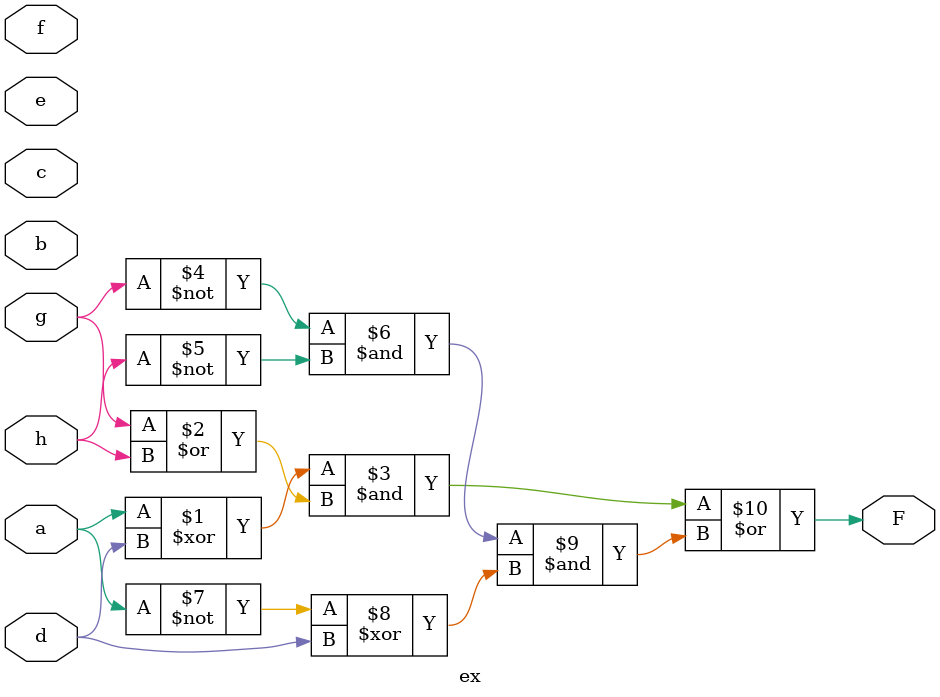
<source format=v>

module ex ( 
    a, b, c, d, e, f, g, h,
    F  );
  input  a, b, c, d, e, f, g, h;
  output F;
  assign F = ((a ^ d) & (g | h)) | (~g & ~h & (~a ^ d));
endmodule



</source>
